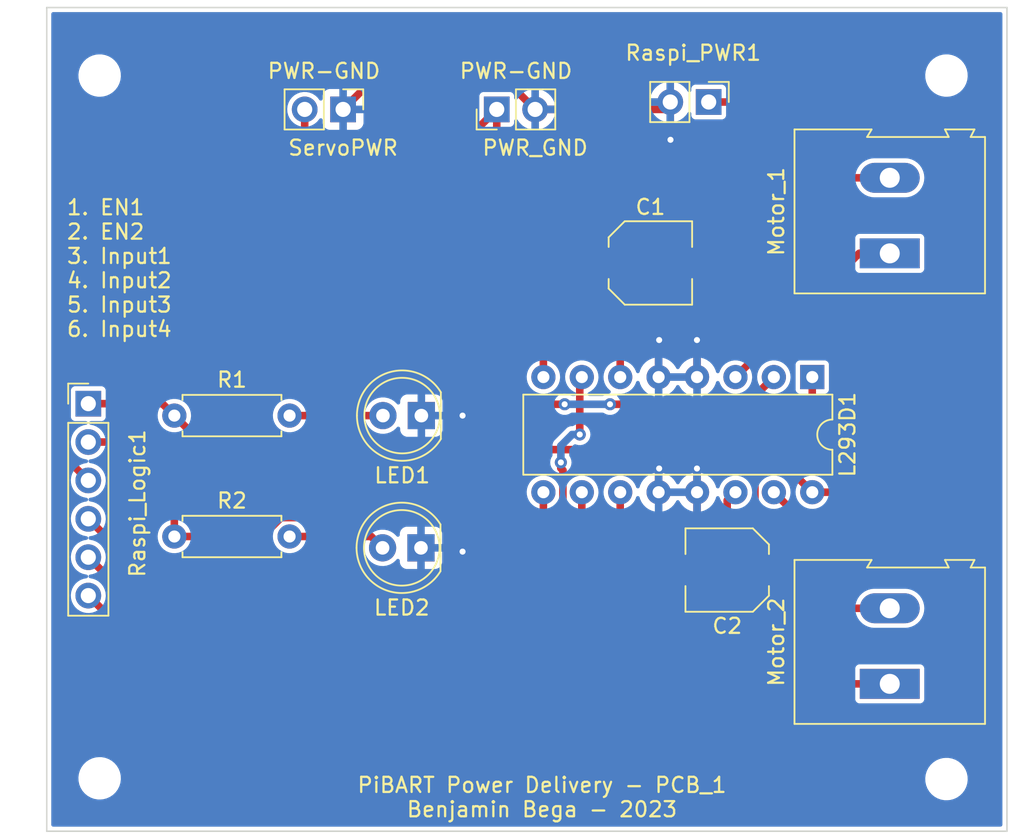
<source format=kicad_pcb>
(kicad_pcb (version 20211014) (generator pcbnew)
  (layers (0 "F.Cu" signal) (31 "B.Cu" power) (34 "B.Paste" user) (35 "F.Paste" user) (36 "B.SilkS" user "B.Silkscreen") (37 "F.SilkS" user "F.Silkscreen") (38 "B.Mask" user) (39 "F.Mask" user) (44 "Edge.Cuts" user))
  (net 0 "")
  (net 1 "GND")
  (net 2 "+7.5V")
  (net 3 "+5V")
  (net 4 "Net-(L293D1-Pad2)")
  (net 5 "Net-(LED1-Pad2)")
  (net 6 "Net-(LED2-Pad2)")
  (net 7 "Net-(L293D1-Pad3)")
  (net 8 "Net-(L293D1-Pad6)")
  (net 9 "Net-(L293D1-Pad7)")
  (net 10 "Net-(L293D1-Pad10)")
  (net 11 "Net-(L293D1-Pad11)")
  (net 12 "Net-(L293D1-Pad14)")
  (net 13 "Net-(L293D1-Pad15)")
  (net 14 "Net-(L293D1-Pad1)")
  (net 15 "Net-(L293D1-Pad9)")
  (footprint "Capacitor_SMD:C_Elec_5x5.4" (layer "F.Cu") (at 185.42 88.9)
    (fp_text reference "C1" (at 0 -3.7) (layer "F.SilkS"))
    (fp_text value "1uF")
    (fp_line (start -2.76 -1.695563) (end -1.695563 -2.76) (layer "F.SilkS") (width 0.12))
    (fp_line (start -2.76 1.695563) (end -2.76 1.06) (layer "F.SilkS") (width 0.12))
    (fp_line (start -1.695563 2.76) (end 2.76 2.76) (layer "F.SilkS") (width 0.12))
    (fp_line (start -1.695563 -2.76) (end 2.76 -2.76) (layer "F.SilkS") (width 0.12))
    (fp_line (start -2.76 -1.695563) (end -2.76 -1.06) (layer "F.SilkS") (width 0.12))
    (fp_line (start 2.76 -2.76) (end 2.76 -1.06) (layer "F.SilkS") (width 0.12))
    (fp_line (start 2.76 2.76) (end 2.76 1.06) (layer "F.SilkS") (width 0.12))
    (fp_line (start -2.76 1.695563) (end -1.695563 2.76) (layer "F.SilkS") (width 0.12))
    (pad "1" smd roundrect (at -2.0625 0) (size 2.775 1.6) (layers "F.Cu" "F.Paste" "F.Mask") (roundrect_rratio 0.15625) (net 2 "+7.5V"))
    (pad "2" smd roundrect (at 2.0625 0) (size 2.775 1.6) (layers "F.Cu" "F.Paste" "F.Mask") (roundrect_rratio 0.15625) (net 1 "GND"))
  )
  (footprint "LED_THT:LED_D5.0mm" (layer "F.Cu") (at 170.275 99 180)
    (fp_text reference "LED1" (at 1.27 -3.96) (layer "F.SilkS"))
    (fp_text value "LED1")
    (fp_line (start -1.29 -1.545) (end -1.29 1.545) (layer "F.SilkS") (width 0.12))
    (fp_arc (start 4.26 -0.000462) (mid 2.072002 2.880433) (end -1.29 1.54483) (layer "F.SilkS") (width 0.12))
    (fp_arc (start -1.29 -1.54483) (mid 2.072002 -2.880433) (end 4.26 0.000462) (layer "F.SilkS") (width 0.12))
    (fp_circle (center 1.27 0) (end 3.77 0) (layer "F.SilkS") (width 0.12) (fill none))
    (pad "1" thru_hole rect (at 0 0 180) (size 1.8 1.8) (drill 0.9) (layers *.Cu *.Mask) (net 1 "GND"))
    (pad "2" thru_hole circle (at 2.54 0 180) (size 1.8 1.8) (drill 0.9) (layers *.Cu *.Mask) (net 5 "Net-(LED1-Pad2)"))
  )
  (footprint "MountingHole:MountingHole_2.2mm_M2" (layer "F.Cu") (at 205 123.05)
    (fp_text reference "H3" hide)
    (fp_text value "MountingHole")
    (pad "" np_thru_hole circle (at 0 0) (size 2.2 2.2) (drill 2.2) (layers *.Cu *.Mask))
  )
  (footprint "Connector_PinHeader_2.54mm:PinHeader_1x02_P2.54mm_Vertical" (layer "F.Cu") (at 165.1 78.74 -90)
    (fp_text reference "ServoPWR" (at 2.54 0 180) (layer "F.SilkS"))
    (fp_text value "ServoPWR/GND")
    (fp_line (start -1.33 0) (end -1.33 -1.33) (layer "F.SilkS") (width 0.12))
    (fp_line (start -1.33 1.27) (end -1.33 3.87) (layer "F.SilkS") (width 0.12))
    (fp_line (start -1.33 1.27) (end 1.33 1.27) (layer "F.SilkS") (width 0.12))
    (fp_line (start 1.33 1.27) (end 1.33 3.87) (layer "F.SilkS") (width 0.12))
    (fp_line (start -1.33 -1.33) (end 0 -1.33) (layer "F.SilkS") (width 0.12))
    (fp_line (start -1.33 3.87) (end 1.33 3.87) (layer "F.SilkS") (width 0.12))
    (pad "1" thru_hole rect (at 0 0 270) (size 1.7 1.7) (drill 1) (layers *.Cu *.Mask) (net 1 "GND"))
    (pad "2" thru_hole oval (at 0 2.54 270) (size 1.7 1.7) (drill 1) (layers *.Cu *.Mask) (net 2 "+7.5V"))
  )
  (footprint "Resistor_THT:R_Axial_DIN0207_L6.3mm_D2.5mm_P7.62mm_Horizontal" (layer "F.Cu") (at 153.94 99)
    (fp_text reference "R1" (at 3.81 -2.37) (layer "F.SilkS"))
    (fp_text value "3.3k")
    (fp_line (start 0.54 1.04) (end 0.54 1.37) (layer "F.SilkS") (width 0.12))
    (fp_line (start 7.08 -1.37) (end 7.08 -1.04) (layer "F.SilkS") (width 0.12))
    (fp_line (start 0.54 1.37) (end 7.08 1.37) (layer "F.SilkS") (width 0.12))
    (fp_line (start 0.54 -1.37) (end 7.08 -1.37) (layer "F.SilkS") (width 0.12))
    (fp_line (start 7.08 1.37) (end 7.08 1.04) (layer "F.SilkS") (width 0.12))
    (fp_line (start 0.54 -1.04) (end 0.54 -1.37) (layer "F.SilkS") (width 0.12))
    (pad "1" thru_hole circle (at 0 0) (size 1.6 1.6) (drill 0.8) (layers *.Cu *.Mask) (net 14 "Net-(L293D1-Pad1)"))
    (pad "2" thru_hole oval (at 7.62 0) (size 1.6 1.6) (drill 0.8) (layers *.Cu *.Mask) (net 5 "Net-(LED1-Pad2)"))
  )
  (footprint "Capacitor_SMD:C_Elec_5x5.4" (layer "F.Cu") (at 190.5 109.22 180)
    (fp_text reference "C2" (at 0 -3.7) (layer "F.SilkS"))
    (fp_text value "1uF")
    (fp_line (start 2.76 2.76) (end 2.76 1.06) (layer "F.SilkS") (width 0.12))
    (fp_line (start -2.76 -1.695563) (end -1.695563 -2.76) (layer "F.SilkS") (width 0.12))
    (fp_line (start -2.76 1.695563) (end -2.76 1.06) (layer "F.SilkS") (width 0.12))
    (fp_line (start -1.695563 2.76) (end 2.76 2.76) (layer "F.SilkS") (width 0.12))
    (fp_line (start -1.695563 -2.76) (end 2.76 -2.76) (layer "F.SilkS") (width 0.12))
    (fp_line (start -2.76 1.695563) (end -1.695563 2.76) (layer "F.SilkS") (width 0.12))
    (fp_line (start 2.76 -2.76) (end 2.76 -1.06) (layer "F.SilkS") (width 0.12))
    (fp_line (start -2.76 -1.695563) (end -2.76 -1.06) (layer "F.SilkS") (width 0.12))
    (pad "1" smd roundrect (at -2.0625 0 180) (size 2.775 1.6) (layers "F.Cu" "F.Paste" "F.Mask") (roundrect_rratio 0.15625) (net 3 "+5V"))
    (pad "2" smd roundrect (at 2.0625 0 180) (size 2.775 1.6) (layers "F.Cu" "F.Paste" "F.Mask") (roundrect_rratio 0.15625) (net 1 "GND"))
  )
  (footprint "Connector_PinHeader_2.54mm:PinHeader_1x06_P2.54mm_Vertical" (layer "F.Cu") (at 148.25 98.21)
    (fp_text reference "Raspi_Logic1" (at 3.25 6.6 90) (layer "F.SilkS"))
    (fp_text value "PiLogicHeaders")
    (fp_line (start -1.33 0) (end -1.33 -1.33) (layer "F.SilkS") (width 0.12))
    (fp_line (start -1.33 1.27) (end -1.33 14.03) (layer "F.SilkS") (width 0.12))
    (fp_line (start 1.33 1.27) (end 1.33 14.03) (layer "F.SilkS") (width 0.12))
    (fp_line (start -1.33 1.27) (end 1.33 1.27) (layer "F.SilkS") (width 0.12))
    (fp_line (start -1.33 14.03) (end 1.33 14.03) (layer "F.SilkS") (width 0.12))
    (fp_line (start -1.33 -1.33) (end 0 -1.33) (layer "F.SilkS") (width 0.12))
    (pad "1" thru_hole rect (at 0 0) (size 1.7 1.7) (drill 1) (layers *.Cu *.Mask) (net 14 "Net-(L293D1-Pad1)"))
    (pad "2" thru_hole oval (at 0 2.54) (size 1.7 1.7) (drill 1) (layers *.Cu *.Mask) (net 15 "Net-(L293D1-Pad9)"))
    (pad "3" thru_hole oval (at 0 5.08) (size 1.7 1.7) (drill 1) (layers *.Cu *.Mask) (net 4 "Net-(L293D1-Pad2)"))
    (pad "4" thru_hole oval (at 0 7.62) (size 1.7 1.7) (drill 1) (layers *.Cu *.Mask) (net 9 "Net-(L293D1-Pad7)"))
    (pad "5" thru_hole oval (at 0 10.16) (size 1.7 1.7) (drill 1) (layers *.Cu *.Mask) (net 10 "Net-(L293D1-Pad10)"))
    (pad "6" thru_hole oval (at 0 12.7) (size 1.7 1.7) (drill 1) (layers *.Cu *.Mask) (net 13 "Net-(L293D1-Pad15)"))
  )
  (footprint "TerminalBlock:TerminalBlock_Altech_AK300-2_P5.00mm" (layer "F.Cu") (at 201.25 88.265 90)
    (fp_text reference "Motor_1" (at 2.765 -7.5 90) (layer "F.SilkS"))
    (fp_text value "MotorTerminal1")
    (fp_line (start 7.7 6.3) (end 7.7 5.35) (layer "F.SilkS") (width 0.12))
    (fp_line (start 7.7 5.35) (end 8.2 5.6) (layer "F.SilkS") (width 0.12))
    (fp_line (start 8.2 5.6) (end 8.2 3.7) (layer "F.SilkS") (width 0.12))
    (fp_line (start 8.2 3.7) (end 8.2 3.65) (layer "F.SilkS") (width 0.12))
    (fp_line (start 8.2 -1.2) (end 8.2 -6.3) (layer "F.SilkS") (width 0.12))
    (fp_line (start -2.65 -6.3) (end -2.65 6.3) (layer "F.SilkS") (width 0.12))
    (fp_line (start 7.7 -1.5) (end 8.2 -1.2) (layer "F.SilkS") (width 0.12))
    (fp_line (start 7.7 3.9) (end 7.7 -1.5) (layer "F.SilkS") (width 0.12))
    (fp_line (start -2.65 6.3) (end 7.7 6.3) (layer "F.SilkS") (width 0.12))
    (fp_line (start 8.2 3.65) (end 7.7 3.9) (layer "F.SilkS") (width 0.12))
    (fp_line (start 8.2 -6.3) (end -2.65 -6.3) (layer "F.SilkS") (width 0.12))
    (pad "1" thru_hole rect (at 0 0 90) (size 1.98 3.96) (drill 1.32) (layers *.Cu *.Mask) (net 7 "Net-(L293D1-Pad3)"))
    (pad "2" thru_hole oval (at 5 0 90) (size 1.98 3.96) (drill 1.32) (layers *.Cu *.Mask) (net 8 "Net-(L293D1-Pad6)"))
  )
  (footprint "MountingHole:MountingHole_2.2mm_M2" (layer "F.Cu") (at 149 76.5)
    (fp_text reference "H1" hide)
    (fp_text value "MountingHole")
    (pad "" np_thru_hole circle (at 0 0) (size 2.2 2.2) (drill 2.2) (layers *.Cu *.Mask))
  )
  (footprint "Resistor_THT:R_Axial_DIN0207_L6.3mm_D2.5mm_P7.62mm_Horizontal" (layer "F.Cu") (at 153.94 107)
    (fp_text reference "R2" (at 3.81 -2.37) (layer "F.SilkS"))
    (fp_text value "3.3k")
    (fp_line (start 0.54 1.04) (end 0.54 1.37) (layer "F.SilkS") (width 0.12))
    (fp_line (start 0.54 -1.04) (end 0.54 -1.37) (layer "F.SilkS") (width 0.12))
    (fp_line (start 0.54 -1.37) (end 7.08 -1.37) (layer "F.SilkS") (width 0.12))
    (fp_line (start 0.54 1.37) (end 7.08 1.37) (layer "F.SilkS") (width 0.12))
    (fp_line (start 7.08 1.37) (end 7.08 1.04) (layer "F.SilkS") (width 0.12))
    (fp_line (start 7.08 -1.37) (end 7.08 -1.04) (layer "F.SilkS") (width 0.12))
    (pad "1" thru_hole circle (at 0 0) (size 1.6 1.6) (drill 0.8) (layers *.Cu *.Mask) (net 15 "Net-(L293D1-Pad9)"))
    (pad "2" thru_hole oval (at 7.62 0) (size 1.6 1.6) (drill 0.8) (layers *.Cu *.Mask) (net 6 "Net-(LED2-Pad2)"))
  )
  (footprint "MountingHole:MountingHole_2.2mm_M2" (layer "F.Cu") (at 149 123)
    (fp_text reference "H4" hide)
    (fp_text value "MountingHole")
    (pad "" np_thru_hole circle (at 0 0) (size 2.2 2.2) (drill 2.2) (layers *.Cu *.Mask))
  )
  (footprint "TerminalBlock:TerminalBlock_Altech_AK300-2_P5.00mm" (layer "F.Cu") (at 201.25 116.75 90)
    (fp_text reference "Motor_2" (at 2.765 -7.5 90) (layer "F.SilkS"))
    (fp_text value "MotorTerminal2")
    (fp_line (start 7.7 3.9) (end 7.7 -1.5) (layer "F.SilkS") (width 0.12))
    (fp_line (start 8.2 3.7) (end 8.2 3.65) (layer "F.SilkS") (width 0.12))
    (fp_line (start 8.2 5.6) (end 8.2 3.7) (layer "F.SilkS") (width 0.12))
    (fp_line (start 8.2 -6.3) (end -2.65 -6.3) (layer "F.SilkS") (width 0.12))
    (fp_line (start 7.7 6.3) (end 7.7 5.35) (layer "F.SilkS") (width 0.12))
    (fp_line (start 7.7 5.35) (end 8.2 5.6) (layer "F.SilkS") (width 0.12))
    (fp_line (start -2.65 6.3) (end 7.7 6.3) (layer "F.SilkS") (width 0.12))
    (fp_line (start 8.2 -1.2) (end 8.2 -6.3) (layer "F.SilkS") (width 0.12))
    (fp_line (start 8.2 3.65) (end 7.7 3.9) (layer "F.SilkS") (width 0.12))
    (fp_line (start -2.65 -6.3) (end -2.65 6.3) (layer "F.SilkS") (width 0.12))
    (fp_line (start 7.7 -1.5) (end 8.2 -1.2) (layer "F.SilkS") (width 0.12))
    (pad "1" thru_hole rect (at 0 0 90) (size 1.98 3.96) (drill 1.32) (layers *.Cu *.Mask) (net 11 "Net-(L293D1-Pad11)"))
    (pad "2" thru_hole oval (at 5 0 90) (size 1.98 3.96) (drill 1.32) (layers *.Cu *.Mask) (net 12 "Net-(L293D1-Pad14)"))
  )
  (footprint "Connector_PinHeader_2.54mm:PinHeader_1x02_P2.54mm_Vertical" (layer "F.Cu") (at 175.26 78.74 90)
    (fp_text reference "PWR_GND" (at -2.54 2.54 180) (layer "F.SilkS"))
    (fp_text value "PWR_GND")
    (fp_line (start 1.33 1.27) (end 1.33 3.87) (layer "F.SilkS") (width 0.12))
    (fp_line (start -1.33 -1.33) (end 0 -1.33) (layer "F.SilkS") (width 0.12))
    (fp_line (start -1.33 3.87) (end 1.33 3.87) (layer "F.SilkS") (width 0.12))
    (fp_line (start -1.33 0) (end -1.33 -1.33) (layer "F.SilkS") (width 0.12))
    (fp_line (start -1.33 1.27) (end -1.33 3.87) (layer "F.SilkS") (width 0.12))
    (fp_line (start -1.33 1.27) (end 1.33 1.27) (layer "F.SilkS") (width 0.12))
    (pad "1" thru_hole rect (at 0 0 90) (size 1.7 1.7) (drill 1) (layers *.Cu *.Mask) (net 2 "+7.5V"))
    (pad "2" thru_hole oval (at 0 2.54 90) (size 1.7 1.7) (drill 1) (layers *.Cu *.Mask) (net 1 "GND"))
  )
  (footprint "MountingHole:MountingHole_2.2mm_M2" (layer "F.Cu") (at 205 76.5)
    (fp_text reference "H2" hide)
    (fp_text value "MountingHole")
    (pad "" np_thru_hole circle (at 0 0) (size 2.2 2.2) (drill 2.2) (layers *.Cu *.Mask))
  )
  (footprint "LED_THT:LED_D5.0mm" (layer "F.Cu") (at 170.25 107.75 180)
    (fp_text reference "LED2" (at 1.27 -3.96) (layer "F.SilkS"))
    (fp_text value "LED2")
    (fp_line (start -1.29 -1.545) (end -1.29 1.545) (layer "F.SilkS") (width 0.12))
    (fp_arc (start 4.26 -0.000462) (mid 2.072002 2.880433) (end -1.29 1.54483) (layer "F.SilkS") (width 0.12))
    (fp_arc (start -1.29 -1.54483) (mid 2.072002 -2.880433) (end 4.26 0.000462) (layer "F.SilkS") (width 0.12))
    (fp_circle (center 1.27 0) (end 3.77 0) (layer "F.SilkS") (width 0.12) (fill none))
    (pad "1" thru_hole rect (at 0 0 180) (size 1.8 1.8) (drill 0.9) (layers *.Cu *.Mask) (net 1 "GND"))
    (pad "2" thru_hole circle (at 2.54 0 180) (size 1.8 1.8) (drill 0.9) (layers *.Cu *.Mask) (net 6 "Net-(LED2-Pad2)"))
  )
  (footprint "Package_DIP:DIP-16_W7.62mm" (layer "F.Cu") (at 196.125 96.45 -90)
    (fp_text reference "L293D1" (at 3.81 -2.33 90) (layer "F.SilkS"))
    (fp_text value "L293D")
    (fp_line (start 6.46 19.11) (end 6.46 -1.33) (layer "F.SilkS") (width 0.12))
    (fp_line (start 1.16 -1.33) (end 1.16 19.11) (layer "F.SilkS") (width 0.12))
    (fp_line (start 2.81 -1.33) (end 1.16 -1.33) (layer "F.SilkS") (width 0.12))
    (fp_line (start 6.46 -1.33) (end 4.81 -1.33) (layer "F.SilkS") (width 0.12))
    (fp_line (start 1.16 19.11) (end 6.46 19.11) (layer "F.SilkS") (width 0.12))
    (fp_arc (start 4.81 -1.33) (mid 3.81 -0.33) (end 2.81 -1.33) (layer "F.SilkS") (width 0.12))
    (pad "1" thru_hole rect (at 0 0 270) (size 1.6 1.6) (drill 0.8) (layers *.Cu *.Mask) (net 14 "Net-(L293D1-Pad1)"))
    (pad "2" thru_hole oval (at 0 2.54 270) (size 1.6 1.6) (drill 0.8) (layers *.Cu *.Mask) (net 4 "Net-(L293D1-Pad2)"))
    (pad "3" thru_hole oval (at 0 5.08 270) (size 1.6 1.6) (drill 0.8) (layers *.Cu *.Mask) (net 7 "Net-(L293D1-Pad3)"))
    (pad "4" thru_hole oval (at 0 7.62 270) (size 1.6 1.6) (drill 0.8) (layers *.Cu *.Mask) (net 1 "GND"))
    (pad "5" thru_hole oval (at 0 10.16 270) (size 1.6 1.6) (drill 0.8) (layers *.Cu *.Mask) (net 1 "GND"))
    (pad "6" thru_hole oval (at 0 12.7 270) (size 1.6 1.6) (drill 0.8) (layers *.Cu *.Mask) (net 8 "Net-(L293D1-Pad6)"))
    (pad "7" thru_hole oval (at 0 15.24 270) (size 1.6 1.6) (drill 0.8) (layers *.Cu *.Mask) (net 9 "Net-(L293D1-Pad7)"))
    (pad "8" thru_hole oval (at 0 17.78 270) (size 1.6 1.6) (drill 0.8) (layers *.Cu *.Mask) (net 2 "+7.5V"))
    (pad "9" thru_hole oval (at 7.62 17.78 270) (size 1.6 1.6) (drill 0.8) (layers *.Cu *.Mask) (net 15 "Net-(L293D1-Pad9)"))
    (pad "10" thru_hole oval (at 7.62 15.24 270) (size 1.6 1.6) (drill 0.8) (layers *.Cu *.Mask) (net 10 "Net-(L293D1-Pad10)"))
    (pad "11" thru_hole oval (at 7.62 12.7 270) (size 1.6 1.6) (drill 0.8) (layers *.Cu *.Mask) (net 11 "Net-(L293D1-Pad11)"))
    (pad "12" thru_hole oval (at 7.62 10.16 270) (size 1.6 1.6) (drill 0.8) (layers *.Cu *.Mask) (net 1 "GND"))
    (pad "13" thru_hole oval (at 7.62 7.62 270) (size 1.6 1.6) (drill 0.8) (layers *.Cu *.Mask) (net 1 "GND"))
    (pad "14" thru_hole oval (at 7.62 5.08 270) (size 1.6 1.6) (drill 0.8) (layers *.Cu *.Mask) (net 12 "Net-(L293D1-Pad14)"))
    (pad "15" thru_hole oval (at 7.62 2.54 270) (size 1.6 1.6) (drill 0.8) (layers *.Cu *.Mask) (net 13 "Net-(L293D1-Pad15)"))
    (pad "16" thru_hole oval (at 7.62 0 270) (size 1.6 1.6) (drill 0.8) (layers *.Cu *.Mask) (net 3 "+5V"))
  )
  (footprint "Connector_PinHeader_2.54mm:PinHeader_1x02_P2.54mm_Vertical" (layer "F.Cu") (at 189.275 78.25 -90)
    (fp_text reference "Raspi_PWR1" (at -3.25 1.025) (layer "F.SilkS"))
    (fp_text value "RaspiPWR/GND")
    (fp_line (start -1.33 -1.33) (end 0 -1.33) (layer "F.SilkS") (width 0.12))
    (fp_line (start -1.33 0) (end -1.33 -1.33) (layer "F.SilkS") (width 0.12))
    (fp_line (start -1.33 1.27) (end 1.33 1.27) (layer "F.SilkS") (width 0.12))
    (fp_line (start -1.33 1.27) (end -1.33 3.87) (layer "F.SilkS") (width 0.12))
    (fp_line (start 1.33 1.27) (end 1.33 3.87) (layer "F.SilkS") (width 0.12))
    (fp_line (start -1.33 3.87) (end 1.33 3.87) (layer "F.SilkS") (width 0.12))
    (pad "1" thru_hole rect (at 0 0 270) (size 1.7 1.7) (drill 1) (layers *.Cu *.Mask) (net 3 "+5V"))
    (pad "2" thru_hole oval (at 0 2.54 270) (size 1.7 1.7) (drill 1) (layers *.Cu *.Mask) (net 1 "GND"))
  )
  (gr_line (start 209 72) (end 209 126.5) (layer "Edge.Cuts") (width 0.1))
  (gr_line (start 145.5 72) (end 145.5 126.5) (layer "Edge.Cuts") (width 0.1))
  (gr_line (start 145.5 72) (end 209 72) (layer "Edge.Cuts") (width 0.1))
  (gr_line (start 145.5 126.5) (end 209 126.5) (layer "Edge.Cuts") (width 0.1))
  (gr_text "PWR-GND" (at 172.72 76.2) (layer "F.SilkS") (effects (font (size 1 1)) (justify left)))
  (gr_text "1. EN1\n2. EN2\n3. Input1\n4. Input2\n5. Input3\n6. Input4" (at 146.75 89.25) (layer "F.SilkS") (effects (font (size 1 1)) (justify left)))
  (gr_text "PWR-GND" (at 160.02 76.2) (layer "F.SilkS") (effects (font (size 1 1)) (justify left)))
  (gr_text "PiBART Power Delivery - PCB_1\nBenjamin Bega - 2023" (at 178.25 124.25) (layer "F.SilkS") (effects (font (size 1 1))))
  (segment (start 188.505 94.005) (end 188.5 94) (width 0.5) (layer "F.Cu") (net 1))
  (segment (start 177.8 78.74) (end 186.245 78.74) (width 0.5) (layer "F.Cu") (net 1))
  (segment (start 185.965 104.07) (end 185.965 102.535) (width 0.5) (layer "F.Cu") (net 1))
  (segment (start 186.735 80.735) (end 186.75 80.75) (width 0.5) (layer "F.Cu") (net 1))
  (segment (start 170.25 107.75) (end 172.75 107.75) (width 0.25) (layer "F.Cu") (net 1))
  (segment (start 175.26 76.2) (end 177.8 78.74) (width 0.5) (layer "F.Cu") (net 1))
  (segment (start 188.4375 109.22) (end 188.505 109.1525) (width 0.25) (layer "F.Cu") (net 1))
  (segment (start 165.1 78.74) (end 167.64 76.2) (width 0.5) (layer "F.Cu") (net 1))
  (segment (start 186.245 78.74) (end 186.735 78.25) (width 0.25) (layer "F.Cu") (net 1))
  (segment (start 188.505 109.1525) (end 188.505 104.07) (width 0.5) (layer "F.Cu") (net 1))
  (segment (start 188.5 89.9175) (end 187.4825 88.9) (width 0.5) (layer "F.Cu") (net 1))
  (segment (start 186.735 78.25) (end 186.735 80.735) (width 0.5) (layer "F.Cu") (net 1))
  (segment (start 167.64 76.2) (end 175.26 76.2) (width 0.5) (layer "F.Cu") (net 1))
  (segment (start 185.965 102.535) (end 186 102.5) (width 0.5) (layer "F.Cu") (net 1))
  (segment (start 186 94) (end 185.965 94.035) (width 0.5) (layer "F.Cu") (net 1))
  (segment (start 185.965 94.035) (end 185.965 96.45) (width 0.5) (layer "F.Cu") (net 1))
  (segment (start 172.75 107.75) (end 173 108) (width 0.25) (layer "F.Cu") (net 1))
  (segment (start 188.505 96.45) (end 188.505 94.005) (width 0.5) (layer "F.Cu") (net 1))
  (segment (start 170.275 99) (end 173 99) (width 0.25) (layer "F.Cu") (net 1))
  (segment (start 188.505 104.07) (end 188.505 102.505) (width 0.5) (layer "F.Cu") (net 1))
  (segment (start 188.505 102.505) (end 188.5 102.5) (width 0.5) (layer "F.Cu") (net 1))
  (segment (start 188.5 94) (end 188.5 89.9175) (width 0.5) (layer "F.Cu") (net 1))
  (via (at 173 99) (size 0.8) (drill 0.4) (layers "F.Cu" "B.Cu") (net 1))
  (via (at 186 102.5) (size 0.8) (drill 0.4) (layers "F.Cu" "B.Cu") (net 1))
  (via (at 173 108) (size 0.8) (drill 0.4) (layers "F.Cu" "B.Cu") (net 1))
  (via (at 188.5 102.5) (size 0.8) (drill 0.4) (layers "F.Cu" "B.Cu") (net 1))
  (via (at 186 94) (size 0.8) (drill 0.4) (layers "F.Cu" "B.Cu") (net 1))
  (via (at 186.75 80.75) (size 0.8) (drill 0.4) (layers "F.Cu" "B.Cu") (net 1))
  (via (at 188.5 94) (size 0.8) (drill 0.4) (layers "F.Cu" "B.Cu") (net 1))
  (segment (start 172.72 81.28) (end 162.56 81.28) (width 0.5) (layer "F.Cu") (net 2))
  (segment (start 179.54 88.9) (end 183.3575 88.9) (width 0.5) (layer "F.Cu") (net 2))
  (segment (start 175.26 78.74) (end 172.72 81.28) (width 0.5) (layer "F.Cu") (net 2))
  (segment (start 178.345 90.095) (end 175.75 87.5) (width 0.5) (layer "F.Cu") (net 2))
  (segment (start 175.26 78.74) (end 175.26 87.01) (width 0.5) (layer "F.Cu") (net 2))
  (segment (start 175.26 87.01) (end 175.75 87.5) (width 0.5) (layer "F.Cu") (net 2))
  (segment (start 162.56 81.28) (end 162.56 78.74) (width 0.5) (layer "F.Cu") (net 2))
  (segment (start 178.345 96.45) (end 178.345 90.095) (width 0.5) (layer "F.Cu") (net 2))
  (segment (start 178.345 90.095) (end 179.54 88.9) (width 0.5) (layer "F.Cu") (net 2))
  (segment (start 193.5 78.25) (end 194.5 79.25) (width 0.5) (layer "F.Cu") (net 3))
  (segment (start 193.655 101.6) (end 196.125 104.07) (width 0.5) (layer "F.Cu") (net 3))
  (segment (start 192.460489 102.179511) (end 193.04 101.6) (width 0.5) (layer "F.Cu") (net 3))
  (segment (start 189.275 78.25) (end 193.5 78.25) (width 0.5) (layer "F.Cu") (net 3))
  (segment (start 194.5 79.25) (end 208.25 79.25) (width 0.5) (layer "F.Cu") (net 3))
  (segment (start 208.25 79.25) (end 208.25 94.5) (width 0.5) (layer "F.Cu") (net 3))
  (segment (start 193.04 101.6) (end 193.655 101.6) (width 0.5) (layer "F.Cu") (net 3))
  (segment (start 208.25 94.5) (end 198.68 104.07) (width 0.5) (layer "F.Cu") (net 3))
  (segment (start 192.5625 109.22) (end 192.460489 109.117989) (width 0.25) (layer "F.Cu") (net 3))
  (segment (start 192.460489 109.117989) (end 192.460489 102.179511) (width 0.25) (layer "F.Cu") (net 3))
  (segment (start 198.68 104.07) (end 196.125 104.07) (width 0.5) (layer "F.Cu") (net 3))
  (segment (start 182.75 98.25) (end 191.785 98.25) (width 0.5) (layer "F.Cu") (net 4))
  (segment (start 148.25 103.29) (end 146.950489 101.990489) (width 0.5) (layer "F.Cu") (net 4))
  (segment (start 174.75 95.25) (end 174.75 98.25) (width 0.5) (layer "F.Cu") (net 4))
  (segment (start 146.5 101.5) (end 146.950489 101.950489) (width 0.5) (layer "F.Cu") (net 4))
  (segment (start 174.75 98.25) (end 179.75 98.25) (width 0.5) (layer "F.Cu") (net 4))
  (segment (start 146.5 95.25) (end 146.5 101.5) (width 0.5) (layer "F.Cu") (net 4))
  (segment (start 146.5 95.25) (end 174.75 95.25) (width 0.5) (layer "F.Cu") (net 4))
  (segment (start 146.950489 101.990489) (end 146.950489 101.950489) (width 0.5) (layer "F.Cu") (net 4))
  (segment (start 191.785 98.25) (end 193.585 96.45) (width 0.5) (layer "F.Cu") (net 4))
  (via (at 182.75 98.25) (size 0.8) (drill 0.4) (layers "F.Cu" "B.Cu") (net 4))
  (via (at 179.75 98.25) (size 0.8) (drill 0.4) (layers "F.Cu" "B.Cu") (net 4))
  (segment (start 179.75 98.25) (end 182.75 98.25) (width 0.5) (layer "B.Cu") (net 4))
  (segment (start 161.56 99) (end 167.735 99) (width 0.5) (layer "F.Cu") (net 5))
  (segment (start 166.96 107) (end 167.71 107.75) (width 0.5) (layer "F.Cu") (net 6))
  (segment (start 161.56 107) (end 166.96 107) (width 0.5) (layer "F.Cu") (net 6))
  (segment (start 199.23 88.265) (end 191.045 96.45) (width 0.5) (layer "F.Cu") (net 7))
  (segment (start 201.25 88.265) (end 199.23 88.265) (width 0.5) (layer "F.Cu") (net 7))
  (segment (start 185.275489 91.584511) (end 185.275489 83.409511) (width 0.5) (layer "F.Cu") (net 8))
  (segment (start 183.425 96.45) (end 183.425 93.435) (width 0.5) (layer "F.Cu") (net 8))
  (segment (start 185.42 83.265) (end 201.25 83.265) (width 0.5) (layer "F.Cu") (net 8))
  (segment (start 185.275489 83.409511) (end 185.42 83.265) (width 0.5) (layer "F.Cu") (net 8))
  (segment (start 183.425 93.435) (end 185.275489 91.584511) (width 0.5) (layer "F.Cu") (net 8))
  (segment (start 179.5 102.0995) (end 179.5 102.479022) (width 0.5) (layer "F.Cu") (net 9))
  (segment (start 179.635489 102.614511) (end 179.635489 111.114511) (width 0.5) (layer "F.Cu") (net 9))
  (segment (start 179.5 102.479022) (end 179.635489 102.614511) (width 0.5) (layer "F.Cu") (net 9))
  (segment (start 178.25 112.5) (end 154.92 112.5) (width 0.5) (layer "F.Cu") (net 9))
  (segment (start 180.75 100.25) (end 180.75 96.585) (width 0.5) (layer "F.Cu") (net 9))
  (segment (start 179.635489 111.114511) (end 178.25 112.5) (width 0.5) (layer "F.Cu") (net 9))
  (segment (start 154.92 112.5) (end 148.25 105.83) (width 0.5) (layer "F.Cu") (net 9))
  (segment (start 180.75 96.585) (end 180.885 96.45) (width 0.5) (layer "F.Cu") (net 9))
  (via (at 180.75 100.25) (size 0.8) (drill 0.4) (layers "F.Cu" "B.Cu") (net 9))
  (via (at 179.5 102.0995) (size 0.8) (drill 0.4) (layers "F.Cu" "B.Cu") (net 9))
  (segment (start 179.5 102.0995) (end 179.5 101) (width 0.5) (layer "B.Cu") (net 9))
  (segment (start 180.25 100.25) (end 180.75 100.25) (width 0.5) (layer "B.Cu") (net 9))
  (segment (start 179.5 101) (end 180.25 100.25) (width 0.5) (layer "B.Cu") (net 9))
  (segment (start 148.25 108.37) (end 154.38 114.5) (width 0.5) (layer "F.Cu") (net 10))
  (segment (start 180.885 114.365) (end 180.885 104.07) (width 0.5) (layer "F.Cu") (net 10))
  (segment (start 154.38 114.5) (end 180.75 114.5) (width 0.5) (layer "F.Cu") (net 10))
  (segment (start 180.75 114.5) (end 180.885 114.365) (width 0.5) (layer "F.Cu") (net 10))
  (segment (start 201.25 116.75) (end 190.41 116.75) (width 0.5) (layer "F.Cu") (net 11))
  (segment (start 183.425 109.765) (end 183.425 104.07) (width 0.5) (layer "F.Cu") (net 11))
  (segment (start 190.41 116.75) (end 183.425 109.765) (width 0.5) (layer "F.Cu") (net 11))
  (segment (start 190.5 110.332506) (end 191.917494 111.75) (width 0.5) (layer "F.Cu") (net 12))
  (segment (start 191.917494 111.75) (end 201.25 111.75) (width 0.5) (layer "F.Cu") (net 12))
  (segment (start 191.045 104.07) (end 190.5 104.615) (width 0.5) (layer "F.Cu") (net 12))
  (segment (start 190.5 104.615) (end 190.5 110.332506) (width 0.5) (layer "F.Cu") (net 12))
  (segment (start 208.25 106.75) (end 207.5 106) (width 0.5) (layer "F.Cu") (net 13))
  (segment (start 194.75 106) (end 194.75 105.235) (width 0.5) (layer "F.Cu") (net 13))
  (segment (start 208.25 120.25) (end 208.25 106.75) (width 0.5) (layer "F.Cu") (net 13))
  (segment (start 148.25 110.91) (end 157.59 120.25) (width 0.5) (layer "F.Cu") (net 13))
  (segment (start 157.59 120.25) (end 208.25 120.25) (width 0.5) (layer "F.Cu") (net 13))
  (segment (start 207.5 106) (end 194.75 106) (width 0.5) (layer "F.Cu") (net 13))
  (segment (start 194.75 105.235) (end 193.585 104.07) (width 0.5) (layer "F.Cu") (net 13))
  (segment (start 184 100) (end 194.75 100) (width 0.5) (layer "F.Cu") (net 14))
  (segment (start 182.75 101.25) (end 184 100) (width 0.5) (layer "F.Cu") (net 14))
  (segment (start 153.94 99) (end 156.19 101.25) (width 0.5) (layer "F.Cu") (net 14))
  (segment (start 153.15 98.21) (end 153.94 99) (width 0.5) (layer "F.Cu") (net 14))
  (segment (start 196.125 98.625) (end 196.125 96.45) (width 0.5) (layer "F.Cu") (net 14))
  (segment (start 148.25 98.21) (end 153.15 98.21) (width 0.5) (layer "F.Cu") (net 14))
  (segment (start 156.19 101.25) (end 182.75 101.25) (width 0.5) (layer "F.Cu") (net 14))
  (segment (start 194.75 100) (end 196.125 98.625) (width 0.5) (layer "F.Cu") (net 14))
  (segment (start 148.25 100.75) (end 153.75 100.75) (width 0.5) (layer "F.Cu") (net 15))
  (segment (start 153.94 101.06) (end 153.94 107) (width 0.5) (layer "F.Cu") (net 15))
  (segment (start 178.25 105.75) (end 178.345 105.655) (width 0.5) (layer "F.Cu") (net 15))
  (segment (start 161 105.75) (end 178.25 105.75) (width 0.5) (layer "F.Cu") (net 15))
  (segment (start 178.345 105.655) (end 178.345 104.07) (width 0.5) (layer "F.Cu") (net 15))
  (segment (start 154 101) (end 153.94 101.06) (width 0.5) (layer "F.Cu") (net 15))
  (segment (start 153.75 100.75) (end 154 101) (width 0.5) (layer "F.Cu") (net 15))
  (segment (start 159.75 107) (end 161 105.75) (width 0.5) (layer "F.Cu") (net 15))
  (segment (start 153.94 107) (end 159.75 107) (width 0.5) (layer "F.Cu") (net 15))
  (zone (net 1) (net_name "GND") (layer "B.Cu") (connect_pads (clearance 0.3)) (min_thickness 0.25) (fill yes (thermal_gap 0.5) (thermal_bridge_width 0.5))
    (polygon (pts (xy 209.5 127) (xy 145 127) (xy 144.75 71.5) (xy 209.5 71.5)))
  )
)
</source>
